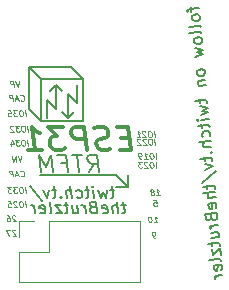
<source format=gbr>
%TF.GenerationSoftware,KiCad,Pcbnew,(6.0.7)*%
%TF.CreationDate,2023-02-02T23:10:42+01:00*%
%TF.ProjectId,ESP31-01_V4,45535033-312d-4303-915f-56342e6b6963,rev?*%
%TF.SameCoordinates,Original*%
%TF.FileFunction,Legend,Bot*%
%TF.FilePolarity,Positive*%
%FSLAX46Y46*%
G04 Gerber Fmt 4.6, Leading zero omitted, Abs format (unit mm)*
G04 Created by KiCad (PCBNEW (6.0.7)) date 2023-02-02 23:10:42*
%MOMM*%
%LPD*%
G01*
G04 APERTURE LIST*
%ADD10C,0.150000*%
%ADD11C,0.100000*%
%ADD12C,0.300000*%
%ADD13C,0.200000*%
%ADD14C,0.120000*%
G04 APERTURE END LIST*
D10*
X115400000Y-106500000D02*
X115400000Y-105500000D01*
X115400000Y-106500000D02*
X114400000Y-106500000D01*
X114400000Y-106500000D02*
X115400000Y-106500000D01*
X114400000Y-105500000D02*
X108000000Y-105500000D01*
X115400000Y-106500000D02*
X114400000Y-105500000D01*
D11*
X106350907Y-99178571D02*
X106377693Y-99202380D01*
X106452098Y-99226190D01*
X106499717Y-99226190D01*
X106568169Y-99202380D01*
X106609836Y-99154761D01*
X106627693Y-99107142D01*
X106639598Y-99011904D01*
X106630669Y-98940476D01*
X106594955Y-98845238D01*
X106565193Y-98797619D01*
X106511622Y-98750000D01*
X106437217Y-98726190D01*
X106389598Y-98726190D01*
X106321145Y-98750000D01*
X106300312Y-98773809D01*
X106148526Y-99083333D02*
X105910431Y-99083333D01*
X106214002Y-99226190D02*
X105984836Y-98726190D01*
X105880669Y-99226190D01*
X105714002Y-99226190D02*
X105651502Y-98726190D01*
X105461026Y-98726190D01*
X105416383Y-98750000D01*
X105395550Y-98773809D01*
X105377693Y-98821428D01*
X105386622Y-98892857D01*
X105416383Y-98940476D01*
X105443169Y-98964285D01*
X105493764Y-98988095D01*
X105684241Y-98988095D01*
X106785431Y-108226190D02*
X106722931Y-107726190D01*
X106389598Y-107726190D02*
X106294360Y-107726190D01*
X106249717Y-107750000D01*
X106208050Y-107797619D01*
X106196145Y-107892857D01*
X106216979Y-108059523D01*
X106252693Y-108154761D01*
X106306264Y-108202380D01*
X106356860Y-108226190D01*
X106452098Y-108226190D01*
X106496741Y-108202380D01*
X106538407Y-108154761D01*
X106550312Y-108059523D01*
X106529479Y-107892857D01*
X106493764Y-107797619D01*
X106440193Y-107750000D01*
X106389598Y-107726190D01*
X105990788Y-107773809D02*
X105964002Y-107750000D01*
X105913407Y-107726190D01*
X105794360Y-107726190D01*
X105749717Y-107750000D01*
X105728883Y-107773809D01*
X105711026Y-107821428D01*
X105716979Y-107869047D01*
X105749717Y-107940476D01*
X106071145Y-108226190D01*
X105761622Y-108226190D01*
X105246741Y-107726190D02*
X105484836Y-107726190D01*
X105538407Y-107964285D01*
X105511622Y-107940476D01*
X105461026Y-107916666D01*
X105341979Y-107916666D01*
X105297336Y-107940476D01*
X105276502Y-107964285D01*
X105258645Y-108011904D01*
X105273526Y-108130952D01*
X105303288Y-108178571D01*
X105330074Y-108202380D01*
X105380669Y-108226190D01*
X105499717Y-108226190D01*
X105544360Y-108202380D01*
X105565193Y-108178571D01*
X117742574Y-110826190D02*
X117647336Y-110826190D01*
X117596741Y-110802380D01*
X117569955Y-110778571D01*
X117513407Y-110707142D01*
X117477693Y-110611904D01*
X117453883Y-110421428D01*
X117471741Y-110373809D01*
X117492574Y-110350000D01*
X117537217Y-110326190D01*
X117632455Y-110326190D01*
X117683050Y-110350000D01*
X117709836Y-110373809D01*
X117739598Y-110421428D01*
X117754479Y-110540476D01*
X117736622Y-110588095D01*
X117715788Y-110611904D01*
X117671145Y-110635714D01*
X117575907Y-110635714D01*
X117525312Y-110611904D01*
X117498526Y-110588095D01*
X117468764Y-110540476D01*
X106350907Y-105578571D02*
X106377693Y-105602380D01*
X106452098Y-105626190D01*
X106499717Y-105626190D01*
X106568169Y-105602380D01*
X106609836Y-105554761D01*
X106627693Y-105507142D01*
X106639598Y-105411904D01*
X106630669Y-105340476D01*
X106594955Y-105245238D01*
X106565193Y-105197619D01*
X106511622Y-105150000D01*
X106437217Y-105126190D01*
X106389598Y-105126190D01*
X106321145Y-105150000D01*
X106300312Y-105173809D01*
X106148526Y-105483333D02*
X105910431Y-105483333D01*
X106214002Y-105626190D02*
X105984836Y-105126190D01*
X105880669Y-105626190D01*
X105714002Y-105626190D02*
X105651502Y-105126190D01*
X105461026Y-105126190D01*
X105416383Y-105150000D01*
X105395550Y-105173809D01*
X105377693Y-105221428D01*
X105386622Y-105292857D01*
X105416383Y-105340476D01*
X105443169Y-105364285D01*
X105493764Y-105388095D01*
X105684241Y-105388095D01*
X106785431Y-100526190D02*
X106722931Y-100026190D01*
X106389598Y-100026190D02*
X106294360Y-100026190D01*
X106249717Y-100050000D01*
X106208050Y-100097619D01*
X106196145Y-100192857D01*
X106216979Y-100359523D01*
X106252693Y-100454761D01*
X106306264Y-100502380D01*
X106356860Y-100526190D01*
X106452098Y-100526190D01*
X106496741Y-100502380D01*
X106538407Y-100454761D01*
X106550312Y-100359523D01*
X106529479Y-100192857D01*
X106493764Y-100097619D01*
X106440193Y-100050000D01*
X106389598Y-100026190D01*
X106008645Y-100026190D02*
X105699122Y-100026190D01*
X105889598Y-100216666D01*
X105818169Y-100216666D01*
X105773526Y-100240476D01*
X105752693Y-100264285D01*
X105734836Y-100311904D01*
X105749717Y-100430952D01*
X105779479Y-100478571D01*
X105806264Y-100502380D01*
X105856860Y-100526190D01*
X105999717Y-100526190D01*
X106044360Y-100502380D01*
X106065193Y-100478571D01*
X105246741Y-100026190D02*
X105484836Y-100026190D01*
X105538407Y-100264285D01*
X105511622Y-100240476D01*
X105461026Y-100216666D01*
X105341979Y-100216666D01*
X105297336Y-100240476D01*
X105276502Y-100264285D01*
X105258645Y-100311904D01*
X105273526Y-100430952D01*
X105303288Y-100478571D01*
X105330074Y-100502380D01*
X105380669Y-100526190D01*
X105499717Y-100526190D01*
X105544360Y-100502380D01*
X105565193Y-100478571D01*
D12*
X115544107Y-102357142D02*
X114877440Y-102357142D01*
X114722678Y-103404761D02*
X115675059Y-103404761D01*
X115425059Y-101404761D01*
X114472678Y-101404761D01*
X113948869Y-103309523D02*
X113675059Y-103404761D01*
X113198869Y-103404761D01*
X112996488Y-103309523D01*
X112889345Y-103214285D01*
X112770297Y-103023809D01*
X112746488Y-102833333D01*
X112817916Y-102642857D01*
X112901250Y-102547619D01*
X113079821Y-102452380D01*
X113448869Y-102357142D01*
X113627440Y-102261904D01*
X113710773Y-102166666D01*
X113782202Y-101976190D01*
X113758392Y-101785714D01*
X113639345Y-101595238D01*
X113532202Y-101500000D01*
X113329821Y-101404761D01*
X112853630Y-101404761D01*
X112579821Y-101500000D01*
X111960773Y-103404761D02*
X111710773Y-101404761D01*
X110948869Y-101404761D01*
X110770297Y-101500000D01*
X110686964Y-101595238D01*
X110615535Y-101785714D01*
X110651250Y-102071428D01*
X110770297Y-102261904D01*
X110877440Y-102357142D01*
X111079821Y-102452380D01*
X111841726Y-102452380D01*
X109901250Y-101404761D02*
X108663154Y-101404761D01*
X109425059Y-102166666D01*
X109139345Y-102166666D01*
X108960773Y-102261904D01*
X108877440Y-102357142D01*
X108806011Y-102547619D01*
X108865535Y-103023809D01*
X108984583Y-103214285D01*
X109091726Y-103309523D01*
X109294107Y-103404761D01*
X109865535Y-103404761D01*
X110044107Y-103309523D01*
X110127440Y-103214285D01*
X107008392Y-103404761D02*
X108151250Y-103404761D01*
X107579821Y-103404761D02*
X107329821Y-101404761D01*
X107556011Y-101690476D01*
X107770297Y-101880952D01*
X107972678Y-101976190D01*
D13*
X115235148Y-108085714D02*
X114854196Y-108085714D01*
X115050625Y-107752380D02*
X115157767Y-108609523D01*
X115122053Y-108704761D01*
X115032767Y-108752380D01*
X114937529Y-108752380D01*
X114604196Y-108752380D02*
X114479196Y-107752380D01*
X114175625Y-108752380D02*
X114110148Y-108228571D01*
X114145863Y-108133333D01*
X114235148Y-108085714D01*
X114378005Y-108085714D01*
X114479196Y-108133333D01*
X114532767Y-108180952D01*
X113312529Y-108704761D02*
X113413720Y-108752380D01*
X113604196Y-108752380D01*
X113693482Y-108704761D01*
X113729196Y-108609523D01*
X113681577Y-108228571D01*
X113622053Y-108133333D01*
X113520863Y-108085714D01*
X113330386Y-108085714D01*
X113241101Y-108133333D01*
X113205386Y-108228571D01*
X113217291Y-108323809D01*
X113705386Y-108419047D01*
X112443482Y-108228571D02*
X112306577Y-108276190D01*
X112264910Y-108323809D01*
X112229196Y-108419047D01*
X112247053Y-108561904D01*
X112306577Y-108657142D01*
X112360148Y-108704761D01*
X112461339Y-108752380D01*
X112842291Y-108752380D01*
X112717291Y-107752380D01*
X112383958Y-107752380D01*
X112294672Y-107800000D01*
X112253005Y-107847619D01*
X112217291Y-107942857D01*
X112229196Y-108038095D01*
X112288720Y-108133333D01*
X112342291Y-108180952D01*
X112443482Y-108228571D01*
X112776815Y-108228571D01*
X111842291Y-108752380D02*
X111758958Y-108085714D01*
X111782767Y-108276190D02*
X111723244Y-108180952D01*
X111669672Y-108133333D01*
X111568482Y-108085714D01*
X111473244Y-108085714D01*
X110711339Y-108085714D02*
X110794672Y-108752380D01*
X111139910Y-108085714D02*
X111205386Y-108609523D01*
X111169672Y-108704761D01*
X111080386Y-108752380D01*
X110937529Y-108752380D01*
X110836339Y-108704761D01*
X110782767Y-108657142D01*
X110378005Y-108085714D02*
X109997053Y-108085714D01*
X110193482Y-107752380D02*
X110300625Y-108609523D01*
X110264910Y-108704761D01*
X110175625Y-108752380D01*
X110080386Y-108752380D01*
X109758958Y-108085714D02*
X109235148Y-108085714D01*
X109842291Y-108752380D01*
X109318482Y-108752380D01*
X108794672Y-108752380D02*
X108883958Y-108704761D01*
X108919672Y-108609523D01*
X108812529Y-107752380D01*
X108026815Y-108704761D02*
X108128005Y-108752380D01*
X108318482Y-108752380D01*
X108407767Y-108704761D01*
X108443482Y-108609523D01*
X108395863Y-108228571D01*
X108336339Y-108133333D01*
X108235148Y-108085714D01*
X108044672Y-108085714D01*
X107955386Y-108133333D01*
X107919672Y-108228571D01*
X107931577Y-108323809D01*
X108419672Y-108419047D01*
X107556577Y-108752380D02*
X107473244Y-108085714D01*
X107497053Y-108276190D02*
X107437529Y-108180952D01*
X107383958Y-108133333D01*
X107282767Y-108085714D01*
X107187529Y-108085714D01*
D11*
X117842574Y-107226190D02*
X118128288Y-107226190D01*
X117985431Y-107226190D02*
X117922931Y-106726190D01*
X117979479Y-106797619D01*
X118033050Y-106845238D01*
X118083645Y-106869047D01*
X117521145Y-106940476D02*
X117565788Y-106916666D01*
X117586622Y-106892857D01*
X117604479Y-106845238D01*
X117601502Y-106821428D01*
X117571741Y-106773809D01*
X117544955Y-106750000D01*
X117494360Y-106726190D01*
X117399122Y-106726190D01*
X117354479Y-106750000D01*
X117333645Y-106773809D01*
X117315788Y-106821428D01*
X117318764Y-106845238D01*
X117348526Y-106892857D01*
X117375312Y-106916666D01*
X117425907Y-106940476D01*
X117521145Y-106940476D01*
X117571741Y-106964285D01*
X117598526Y-106988095D01*
X117628288Y-107035714D01*
X117640193Y-107130952D01*
X117622336Y-107178571D01*
X117601502Y-107202380D01*
X117556860Y-107226190D01*
X117461622Y-107226190D01*
X117411026Y-107202380D01*
X117384241Y-107178571D01*
X117354479Y-107130952D01*
X117342574Y-107035714D01*
X117360431Y-106988095D01*
X117381264Y-106964285D01*
X117425907Y-106940476D01*
X106985431Y-101826190D02*
X106922931Y-101326190D01*
X106589598Y-101326190D02*
X106494360Y-101326190D01*
X106449717Y-101350000D01*
X106408050Y-101397619D01*
X106396145Y-101492857D01*
X106416979Y-101659523D01*
X106452693Y-101754761D01*
X106506264Y-101802380D01*
X106556860Y-101826190D01*
X106652098Y-101826190D01*
X106696741Y-101802380D01*
X106738407Y-101754761D01*
X106750312Y-101659523D01*
X106729479Y-101492857D01*
X106693764Y-101397619D01*
X106640193Y-101350000D01*
X106589598Y-101326190D01*
X106208645Y-101326190D02*
X105899122Y-101326190D01*
X106089598Y-101516666D01*
X106018169Y-101516666D01*
X105973526Y-101540476D01*
X105952693Y-101564285D01*
X105934836Y-101611904D01*
X105949717Y-101730952D01*
X105979479Y-101778571D01*
X106006264Y-101802380D01*
X106056860Y-101826190D01*
X106199717Y-101826190D01*
X106244360Y-101802380D01*
X106265193Y-101778571D01*
X105714598Y-101373809D02*
X105687812Y-101350000D01*
X105637217Y-101326190D01*
X105518169Y-101326190D01*
X105473526Y-101350000D01*
X105452693Y-101373809D01*
X105434836Y-101421428D01*
X105440788Y-101469047D01*
X105473526Y-101540476D01*
X105794955Y-101826190D01*
X105485431Y-101826190D01*
X106985431Y-103026190D02*
X106922931Y-102526190D01*
X106589598Y-102526190D02*
X106494360Y-102526190D01*
X106449717Y-102550000D01*
X106408050Y-102597619D01*
X106396145Y-102692857D01*
X106416979Y-102859523D01*
X106452693Y-102954761D01*
X106506264Y-103002380D01*
X106556860Y-103026190D01*
X106652098Y-103026190D01*
X106696741Y-103002380D01*
X106738407Y-102954761D01*
X106750312Y-102859523D01*
X106729479Y-102692857D01*
X106693764Y-102597619D01*
X106640193Y-102550000D01*
X106589598Y-102526190D01*
X106208645Y-102526190D02*
X105899122Y-102526190D01*
X106089598Y-102716666D01*
X106018169Y-102716666D01*
X105973526Y-102740476D01*
X105952693Y-102764285D01*
X105934836Y-102811904D01*
X105949717Y-102930952D01*
X105979479Y-102978571D01*
X106006264Y-103002380D01*
X106056860Y-103026190D01*
X106199717Y-103026190D01*
X106244360Y-103002380D01*
X106265193Y-102978571D01*
X105491383Y-102692857D02*
X105533050Y-103026190D01*
X105586622Y-102502380D02*
X105750312Y-102859523D01*
X105440788Y-102859523D01*
X117642574Y-109526190D02*
X117928288Y-109526190D01*
X117785431Y-109526190D02*
X117722931Y-109026190D01*
X117779479Y-109097619D01*
X117833050Y-109145238D01*
X117883645Y-109169047D01*
X117270550Y-109026190D02*
X117222931Y-109026190D01*
X117178288Y-109050000D01*
X117157455Y-109073809D01*
X117139598Y-109121428D01*
X117127693Y-109216666D01*
X117142574Y-109335714D01*
X117178288Y-109430952D01*
X117208050Y-109478571D01*
X117234836Y-109502380D01*
X117285431Y-109526190D01*
X117333050Y-109526190D01*
X117377693Y-109502380D01*
X117398526Y-109478571D01*
X117416383Y-109430952D01*
X117428288Y-109335714D01*
X117413407Y-109216666D01*
X117377693Y-109121428D01*
X117347931Y-109073809D01*
X117321145Y-109050000D01*
X117270550Y-109026190D01*
X106201502Y-97526190D02*
X106097336Y-98026190D01*
X105868169Y-97526190D01*
X105764002Y-98026190D02*
X105701502Y-97526190D01*
X105511026Y-97526190D01*
X105466383Y-97550000D01*
X105445550Y-97573809D01*
X105427693Y-97621428D01*
X105436622Y-97692857D01*
X105466383Y-97740476D01*
X105493169Y-97764285D01*
X105543764Y-97788095D01*
X105734241Y-97788095D01*
D13*
X112149151Y-105278571D02*
X112559866Y-104564285D01*
X113006294Y-105278571D02*
X112818794Y-103778571D01*
X112247366Y-103778571D01*
X112113437Y-103850000D01*
X112050937Y-103921428D01*
X111997366Y-104064285D01*
X112024151Y-104278571D01*
X112113437Y-104421428D01*
X112193794Y-104492857D01*
X112345580Y-104564285D01*
X112917008Y-104564285D01*
X111533080Y-103778571D02*
X110675937Y-103778571D01*
X111292008Y-105278571D02*
X111104508Y-103778571D01*
X109765223Y-104492857D02*
X110265223Y-104492857D01*
X110363437Y-105278571D02*
X110175937Y-103778571D01*
X109461651Y-103778571D01*
X109077723Y-105278571D02*
X108890223Y-103778571D01*
X108524151Y-104850000D01*
X107890223Y-103778571D01*
X108077723Y-105278571D01*
X114258958Y-106785714D02*
X113878005Y-106785714D01*
X114074434Y-106452380D02*
X114181577Y-107309523D01*
X114145863Y-107404761D01*
X114056577Y-107452380D01*
X113961339Y-107452380D01*
X113639910Y-106785714D02*
X113532767Y-107452380D01*
X113282767Y-106976190D01*
X113151815Y-107452380D01*
X112878005Y-106785714D01*
X112580386Y-107452380D02*
X112497053Y-106785714D01*
X112455386Y-106452380D02*
X112508958Y-106500000D01*
X112467291Y-106547619D01*
X112413720Y-106500000D01*
X112455386Y-106452380D01*
X112467291Y-106547619D01*
X112163720Y-106785714D02*
X111782767Y-106785714D01*
X111979196Y-106452380D02*
X112086339Y-107309523D01*
X112050625Y-107404761D01*
X111961339Y-107452380D01*
X111866101Y-107452380D01*
X111098244Y-107404761D02*
X111199434Y-107452380D01*
X111389910Y-107452380D01*
X111479196Y-107404761D01*
X111520863Y-107357142D01*
X111556577Y-107261904D01*
X111520863Y-106976190D01*
X111461339Y-106880952D01*
X111407767Y-106833333D01*
X111306577Y-106785714D01*
X111116101Y-106785714D01*
X111026815Y-106833333D01*
X110675624Y-107452380D02*
X110550624Y-106452380D01*
X110247053Y-107452380D02*
X110181577Y-106928571D01*
X110217291Y-106833333D01*
X110306577Y-106785714D01*
X110449434Y-106785714D01*
X110550624Y-106833333D01*
X110604196Y-106880952D01*
X109758958Y-107357142D02*
X109717291Y-107404761D01*
X109770863Y-107452380D01*
X109812529Y-107404761D01*
X109758958Y-107357142D01*
X109770863Y-107452380D01*
X109354196Y-106785714D02*
X108973244Y-106785714D01*
X109169672Y-106452380D02*
X109276815Y-107309523D01*
X109241101Y-107404761D01*
X109151815Y-107452380D01*
X109056577Y-107452380D01*
X108735148Y-106785714D02*
X108580386Y-107452380D01*
X108258958Y-106785714D01*
X107116101Y-106404761D02*
X108133958Y-107690476D01*
D11*
X105891741Y-108973809D02*
X105864955Y-108950000D01*
X105814360Y-108926190D01*
X105695312Y-108926190D01*
X105650669Y-108950000D01*
X105629836Y-108973809D01*
X105611979Y-109021428D01*
X105617931Y-109069047D01*
X105650669Y-109140476D01*
X105972098Y-109426190D01*
X105662574Y-109426190D01*
X105171502Y-108926190D02*
X105266741Y-108926190D01*
X105317336Y-108950000D01*
X105344122Y-108973809D01*
X105400669Y-109045238D01*
X105436383Y-109140476D01*
X105460193Y-109330952D01*
X105442336Y-109378571D01*
X105421502Y-109402380D01*
X105376860Y-109426190D01*
X105281622Y-109426190D01*
X105231026Y-109402380D01*
X105204241Y-109378571D01*
X105174479Y-109330952D01*
X105159598Y-109211904D01*
X105177455Y-109164285D01*
X105198288Y-109140476D01*
X105242931Y-109116666D01*
X105338169Y-109116666D01*
X105388764Y-109140476D01*
X105415550Y-109164285D01*
X105445312Y-109211904D01*
X105901741Y-110183809D02*
X105874955Y-110160000D01*
X105824360Y-110136190D01*
X105705312Y-110136190D01*
X105660669Y-110160000D01*
X105639836Y-110183809D01*
X105621979Y-110231428D01*
X105627931Y-110279047D01*
X105660669Y-110350476D01*
X105982098Y-110636190D01*
X105672574Y-110636190D01*
X105443407Y-110136190D02*
X105110074Y-110136190D01*
X105386860Y-110636190D01*
X117565788Y-107626190D02*
X117803883Y-107626190D01*
X117857455Y-107864285D01*
X117830669Y-107840476D01*
X117780074Y-107816666D01*
X117661026Y-107816666D01*
X117616383Y-107840476D01*
X117595550Y-107864285D01*
X117577693Y-107911904D01*
X117592574Y-108030952D01*
X117622336Y-108078571D01*
X117649122Y-108102380D01*
X117699717Y-108126190D01*
X117818764Y-108126190D01*
X117863407Y-108102380D01*
X117884241Y-108078571D01*
X117685431Y-102276190D02*
X117622931Y-101776190D01*
X117289598Y-101776190D02*
X117194360Y-101776190D01*
X117149717Y-101800000D01*
X117108050Y-101847619D01*
X117096145Y-101942857D01*
X117116979Y-102109523D01*
X117152693Y-102204761D01*
X117206264Y-102252380D01*
X117256860Y-102276190D01*
X117352098Y-102276190D01*
X117396741Y-102252380D01*
X117438407Y-102204761D01*
X117450312Y-102109523D01*
X117429479Y-101942857D01*
X117393764Y-101847619D01*
X117340193Y-101800000D01*
X117289598Y-101776190D01*
X116890788Y-101823809D02*
X116864002Y-101800000D01*
X116813407Y-101776190D01*
X116694360Y-101776190D01*
X116649717Y-101800000D01*
X116628883Y-101823809D01*
X116611026Y-101871428D01*
X116616979Y-101919047D01*
X116649717Y-101990476D01*
X116971145Y-102276190D01*
X116661622Y-102276190D01*
X116185431Y-102276190D02*
X116471145Y-102276190D01*
X116328288Y-102276190D02*
X116265788Y-101776190D01*
X116322336Y-101847619D01*
X116375907Y-101895238D01*
X116426502Y-101919047D01*
X117835431Y-104126190D02*
X117772931Y-103626190D01*
X117439598Y-103626190D02*
X117344360Y-103626190D01*
X117299717Y-103650000D01*
X117258050Y-103697619D01*
X117246145Y-103792857D01*
X117266979Y-103959523D01*
X117302693Y-104054761D01*
X117356264Y-104102380D01*
X117406860Y-104126190D01*
X117502098Y-104126190D01*
X117546741Y-104102380D01*
X117588407Y-104054761D01*
X117600312Y-103959523D01*
X117579479Y-103792857D01*
X117543764Y-103697619D01*
X117490193Y-103650000D01*
X117439598Y-103626190D01*
X116811622Y-104126190D02*
X117097336Y-104126190D01*
X116954479Y-104126190D02*
X116891979Y-103626190D01*
X116948526Y-103697619D01*
X117002098Y-103745238D01*
X117052693Y-103769047D01*
X116573526Y-104126190D02*
X116478288Y-104126190D01*
X116427693Y-104102380D01*
X116400907Y-104078571D01*
X116344360Y-104007142D01*
X116308645Y-103911904D01*
X116284836Y-103721428D01*
X116302693Y-103673809D01*
X116323526Y-103650000D01*
X116368169Y-103626190D01*
X116463407Y-103626190D01*
X116514002Y-103650000D01*
X116540788Y-103673809D01*
X116570550Y-103721428D01*
X116585431Y-103840476D01*
X116567574Y-103888095D01*
X116546741Y-103911904D01*
X116502098Y-103935714D01*
X116406860Y-103935714D01*
X116356264Y-103911904D01*
X116329479Y-103888095D01*
X116299717Y-103840476D01*
D10*
X120778013Y-91291280D02*
X120811215Y-91670783D01*
X121454593Y-91375490D02*
X120600712Y-91450195D01*
X120509987Y-91505933D01*
X120470849Y-91604959D01*
X120479150Y-91699835D01*
X121516847Y-92087057D02*
X121461109Y-91996332D01*
X121409521Y-91953044D01*
X121310495Y-91913907D01*
X121025868Y-91938809D01*
X120935143Y-91994547D01*
X120891855Y-92046135D01*
X120852718Y-92145161D01*
X120865168Y-92287475D01*
X120920907Y-92378200D01*
X120972495Y-92421488D01*
X121071521Y-92460625D01*
X121356148Y-92435723D01*
X121446873Y-92379985D01*
X121490161Y-92328397D01*
X121529298Y-92229371D01*
X121516847Y-92087057D01*
X121595703Y-92988376D02*
X121539964Y-92897651D01*
X121440938Y-92858514D01*
X120587057Y-92933219D01*
X121641356Y-93510193D02*
X121585617Y-93419467D01*
X121486591Y-93380330D01*
X120632710Y-93455035D01*
X121687009Y-94032009D02*
X121631270Y-93941283D01*
X121579682Y-93897996D01*
X121480656Y-93858859D01*
X121196029Y-93883760D01*
X121105304Y-93939499D01*
X121062016Y-93991087D01*
X121022879Y-94090113D01*
X121035330Y-94232426D01*
X121091068Y-94323152D01*
X121142656Y-94366439D01*
X121241682Y-94405576D01*
X121526309Y-94380675D01*
X121617035Y-94324936D01*
X121660322Y-94273348D01*
X121699460Y-94174322D01*
X121687009Y-94032009D01*
X121080983Y-94754242D02*
X121761714Y-94885890D01*
X121303936Y-95117144D01*
X121794916Y-95265393D01*
X121147387Y-95513248D01*
X121923574Y-96735966D02*
X121867836Y-96645240D01*
X121816248Y-96601953D01*
X121717222Y-96562816D01*
X121432595Y-96587717D01*
X121341869Y-96643456D01*
X121298582Y-96695044D01*
X121259444Y-96794070D01*
X121271895Y-96936383D01*
X121327634Y-97027109D01*
X121379222Y-97070396D01*
X121478248Y-97109534D01*
X121762875Y-97084632D01*
X121853600Y-97028893D01*
X121896888Y-96977305D01*
X121936025Y-96878279D01*
X121923574Y-96735966D01*
X121325849Y-97553075D02*
X121989979Y-97494971D01*
X121420725Y-97544775D02*
X121377437Y-97596363D01*
X121338300Y-97695389D01*
X121350750Y-97837702D01*
X121406489Y-97928428D01*
X121505515Y-97967565D01*
X122027331Y-97921912D01*
X121458658Y-99071086D02*
X121491860Y-99450589D01*
X121139044Y-99242452D02*
X121992925Y-99167747D01*
X122091951Y-99206884D01*
X122147689Y-99297609D01*
X122155990Y-99392485D01*
X121512611Y-99687778D02*
X122193342Y-99819426D01*
X121735565Y-100050680D01*
X122226544Y-100198928D01*
X121579016Y-100446784D01*
X122276348Y-100768183D02*
X121612218Y-100826286D01*
X121280153Y-100855338D02*
X121323440Y-100803750D01*
X121375029Y-100847038D01*
X121331741Y-100898626D01*
X121280153Y-100855338D01*
X121375029Y-100847038D01*
X121641270Y-101158351D02*
X121674472Y-101537854D01*
X121321656Y-101329717D02*
X122175537Y-101255012D01*
X122274563Y-101294149D01*
X122330301Y-101384874D01*
X122338602Y-101479750D01*
X122357568Y-102242906D02*
X122396705Y-102143880D01*
X122380104Y-101954129D01*
X122324366Y-101863403D01*
X122272778Y-101820116D01*
X122173752Y-101780978D01*
X121889125Y-101805880D01*
X121798399Y-101861618D01*
X121755112Y-101913206D01*
X121715975Y-102012232D01*
X121732576Y-102201984D01*
X121788314Y-102292709D01*
X122442358Y-102665696D02*
X121446164Y-102752852D01*
X122479711Y-103092637D02*
X121957895Y-103138290D01*
X121858869Y-103099153D01*
X121803130Y-103008427D01*
X121790679Y-102866114D01*
X121829817Y-102767088D01*
X121873104Y-102715499D01*
X122426338Y-103575316D02*
X122477926Y-103618603D01*
X122521214Y-103567015D01*
X122469626Y-103523728D01*
X122426338Y-103575316D01*
X122521214Y-103567015D01*
X121886136Y-103957184D02*
X121919338Y-104336687D01*
X121566522Y-104128549D02*
X122420403Y-104053844D01*
X122519429Y-104092982D01*
X122575167Y-104183707D01*
X122583468Y-104278583D01*
X121940089Y-104573876D02*
X122624970Y-104752961D01*
X121981592Y-105048254D01*
X121697546Y-106172527D02*
X122903662Y-105206588D01*
X122093649Y-106329076D02*
X122126852Y-106708579D01*
X121774035Y-106500442D02*
X122627917Y-106425737D01*
X122726942Y-106464874D01*
X122782681Y-106555599D01*
X122790981Y-106650475D01*
X122820033Y-106982540D02*
X121823839Y-107069696D01*
X122857386Y-107409480D02*
X122335570Y-107455134D01*
X122236544Y-107415996D01*
X122180805Y-107325271D01*
X122168354Y-107182957D01*
X122207492Y-107083931D01*
X122250779Y-107032343D01*
X122884653Y-108267512D02*
X122923790Y-108168486D01*
X122907189Y-107978735D01*
X122851451Y-107888009D01*
X122752425Y-107848872D01*
X122372922Y-107882074D01*
X122282197Y-107937812D01*
X122243059Y-108036838D01*
X122259660Y-108226590D01*
X122315399Y-108317315D01*
X122414425Y-108356453D01*
X122509300Y-108348152D01*
X122562673Y-107865473D01*
X122480829Y-109115458D02*
X122540718Y-109253621D01*
X122592306Y-109296909D01*
X122691332Y-109336046D01*
X122833645Y-109323595D01*
X122924371Y-109267857D01*
X122967658Y-109216269D01*
X123006796Y-109117243D01*
X122973593Y-108737740D01*
X121977399Y-108824896D01*
X122006451Y-109156961D01*
X122062189Y-109247686D01*
X122113777Y-109290974D01*
X122212803Y-109330111D01*
X122307679Y-109321810D01*
X122398404Y-109266072D01*
X122441692Y-109214484D01*
X122480829Y-109115458D01*
X122451777Y-108783393D01*
X123060749Y-109733935D02*
X122396619Y-109792039D01*
X122586371Y-109775438D02*
X122495645Y-109831176D01*
X122452358Y-109882764D01*
X122413221Y-109981790D01*
X122421521Y-110076666D01*
X122487925Y-110835671D02*
X123152055Y-110777567D01*
X122450573Y-110408731D02*
X122972389Y-110363078D01*
X123071415Y-110402215D01*
X123127154Y-110492940D01*
X123139604Y-110635254D01*
X123100467Y-110734280D01*
X123057180Y-110785868D01*
X122516977Y-111167736D02*
X122550180Y-111547239D01*
X122197363Y-111339102D02*
X123051244Y-111264397D01*
X123150270Y-111303534D01*
X123206009Y-111394259D01*
X123214309Y-111489135D01*
X122570931Y-111784428D02*
X122616584Y-112306244D01*
X123235061Y-111726324D01*
X123280714Y-112248140D01*
X123326367Y-112769957D02*
X123270628Y-112679231D01*
X123171602Y-112640094D01*
X122317721Y-112714799D01*
X123345333Y-113533112D02*
X123384471Y-113434087D01*
X123367869Y-113244335D01*
X123312131Y-113153610D01*
X123213105Y-113114472D01*
X122833602Y-113147675D01*
X122742877Y-113203413D01*
X122703740Y-113302439D01*
X122720341Y-113492190D01*
X122776079Y-113582916D01*
X122875105Y-113622053D01*
X122969981Y-113613753D01*
X123023354Y-113131074D01*
X123434274Y-114003341D02*
X122770144Y-114061444D01*
X122959895Y-114044843D02*
X122869170Y-114100582D01*
X122825882Y-114152170D01*
X122786745Y-114251196D01*
X122795046Y-114346072D01*
D11*
X117835431Y-104876190D02*
X117772931Y-104376190D01*
X117439598Y-104376190D02*
X117344360Y-104376190D01*
X117299717Y-104400000D01*
X117258050Y-104447619D01*
X117246145Y-104542857D01*
X117266979Y-104709523D01*
X117302693Y-104804761D01*
X117356264Y-104852380D01*
X117406860Y-104876190D01*
X117502098Y-104876190D01*
X117546741Y-104852380D01*
X117588407Y-104804761D01*
X117600312Y-104709523D01*
X117579479Y-104542857D01*
X117543764Y-104447619D01*
X117490193Y-104400000D01*
X117439598Y-104376190D01*
X117040788Y-104423809D02*
X117014002Y-104400000D01*
X116963407Y-104376190D01*
X116844360Y-104376190D01*
X116799717Y-104400000D01*
X116778883Y-104423809D01*
X116761026Y-104471428D01*
X116766979Y-104519047D01*
X116799717Y-104590476D01*
X117121145Y-104876190D01*
X116811622Y-104876190D01*
X116582455Y-104376190D02*
X116272931Y-104376190D01*
X116463407Y-104566666D01*
X116391979Y-104566666D01*
X116347336Y-104590476D01*
X116326502Y-104614285D01*
X116308645Y-104661904D01*
X116323526Y-104780952D01*
X116353288Y-104828571D01*
X116380074Y-104852380D01*
X116430669Y-104876190D01*
X116573526Y-104876190D01*
X116618169Y-104852380D01*
X116639002Y-104828571D01*
X117735431Y-102926190D02*
X117672931Y-102426190D01*
X117339598Y-102426190D02*
X117244360Y-102426190D01*
X117199717Y-102450000D01*
X117158050Y-102497619D01*
X117146145Y-102592857D01*
X117166979Y-102759523D01*
X117202693Y-102854761D01*
X117256264Y-102902380D01*
X117306860Y-102926190D01*
X117402098Y-102926190D01*
X117446741Y-102902380D01*
X117488407Y-102854761D01*
X117500312Y-102759523D01*
X117479479Y-102592857D01*
X117443764Y-102497619D01*
X117390193Y-102450000D01*
X117339598Y-102426190D01*
X116940788Y-102473809D02*
X116914002Y-102450000D01*
X116863407Y-102426190D01*
X116744360Y-102426190D01*
X116699717Y-102450000D01*
X116678883Y-102473809D01*
X116661026Y-102521428D01*
X116666979Y-102569047D01*
X116699717Y-102640476D01*
X117021145Y-102926190D01*
X116711622Y-102926190D01*
X116464598Y-102473809D02*
X116437812Y-102450000D01*
X116387217Y-102426190D01*
X116268169Y-102426190D01*
X116223526Y-102450000D01*
X116202693Y-102473809D01*
X116184836Y-102521428D01*
X116190788Y-102569047D01*
X116223526Y-102640476D01*
X116544955Y-102926190D01*
X116235431Y-102926190D01*
X106413407Y-103926190D02*
X106309241Y-104426190D01*
X106080074Y-103926190D01*
X105975907Y-104426190D02*
X105913407Y-103926190D01*
X105690193Y-104426190D01*
X105627693Y-103926190D01*
X106785431Y-107026190D02*
X106722931Y-106526190D01*
X106389598Y-106526190D02*
X106294360Y-106526190D01*
X106249717Y-106550000D01*
X106208050Y-106597619D01*
X106196145Y-106692857D01*
X106216979Y-106859523D01*
X106252693Y-106954761D01*
X106306264Y-107002380D01*
X106356860Y-107026190D01*
X106452098Y-107026190D01*
X106496741Y-107002380D01*
X106538407Y-106954761D01*
X106550312Y-106859523D01*
X106529479Y-106692857D01*
X106493764Y-106597619D01*
X106440193Y-106550000D01*
X106389598Y-106526190D01*
X106008645Y-106526190D02*
X105699122Y-106526190D01*
X105889598Y-106716666D01*
X105818169Y-106716666D01*
X105773526Y-106740476D01*
X105752693Y-106764285D01*
X105734836Y-106811904D01*
X105749717Y-106930952D01*
X105779479Y-106978571D01*
X105806264Y-107002380D01*
X105856860Y-107026190D01*
X105999717Y-107026190D01*
X106044360Y-107002380D01*
X106065193Y-106978571D01*
X105532455Y-106526190D02*
X105222931Y-106526190D01*
X105413407Y-106716666D01*
X105341979Y-106716666D01*
X105297336Y-106740476D01*
X105276502Y-106764285D01*
X105258645Y-106811904D01*
X105273526Y-106930952D01*
X105303288Y-106978571D01*
X105330074Y-107002380D01*
X105380669Y-107026190D01*
X105523526Y-107026190D01*
X105568169Y-107002380D01*
X105589002Y-106978571D01*
D10*
%TO.C,SM3*%
X107026500Y-99882500D02*
X107026500Y-96326500D01*
X110328500Y-100644500D02*
X110836500Y-100136500D01*
X108550500Y-100644500D02*
X108550500Y-99120500D01*
X107026500Y-96326500D02*
X110582500Y-96326500D01*
X108042500Y-97342500D02*
X107026500Y-96326500D01*
X108042500Y-97342500D02*
X111598500Y-97342500D01*
X110328500Y-98612500D02*
X110328500Y-100644500D01*
X110328500Y-100644500D02*
X109820500Y-100136500D01*
X111090500Y-97850500D02*
X111090500Y-99374500D01*
X107026500Y-96326500D02*
X108042500Y-97342500D01*
X109312500Y-99882500D02*
X109312500Y-97850500D01*
X109312500Y-97850500D02*
X108804500Y-98358500D01*
X111598500Y-99755500D02*
X111598500Y-100898500D01*
X110582500Y-96326500D02*
X111598500Y-97342500D01*
X111598500Y-100898500D02*
X108042500Y-100898500D01*
X111598500Y-97342500D02*
X111598500Y-99755500D01*
X111090500Y-99374500D02*
X110328500Y-98612500D01*
X109312500Y-97850500D02*
X109820500Y-98358500D01*
X108042500Y-100898500D02*
X107026500Y-99882500D01*
X108550500Y-99120500D02*
X109312500Y-99882500D01*
X108042500Y-100898500D02*
X108042500Y-97342500D01*
D14*
%TO.C,J20*%
X106170000Y-111995000D02*
X106170000Y-114595000D01*
X116450000Y-109395000D02*
X116450000Y-114595000D01*
X108770000Y-109395000D02*
X116450000Y-109395000D01*
X106170000Y-109395000D02*
X106170000Y-110725000D01*
X108770000Y-109395000D02*
X108770000Y-111995000D01*
X108770000Y-111995000D02*
X106170000Y-111995000D01*
X107500000Y-109395000D02*
X106170000Y-109395000D01*
X106170000Y-114595000D02*
X116450000Y-114595000D01*
%TD*%
M02*

</source>
